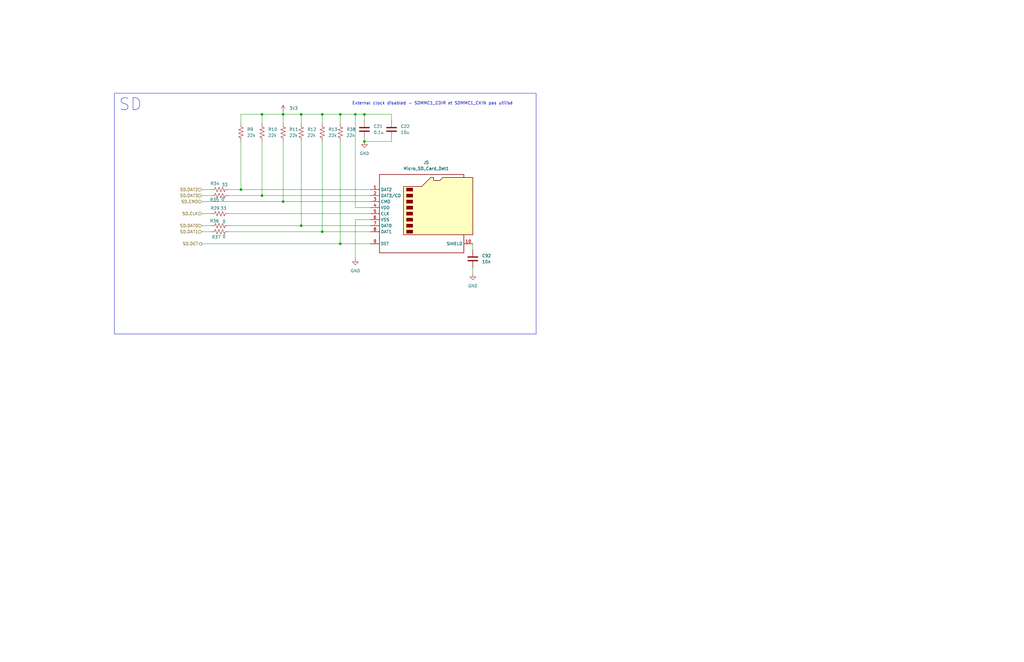
<source format=kicad_sch>
(kicad_sch (version 20250114) (generator "eeschema") (generator_version "9.0")
  (paper "B")
  (lib_symbols
    (symbol "Connector:Micro_SD_Card_Det1"
      (property "Reference" "J" (at -16.51 17.78 0))
      (property "Value" "Micro_SD_Card_Det1" (at 16.51 17.78 0))
      (symbol "Micro_SD_Card_Det1_0_1"
        (polyline (pts (xy -8.89 -8.89) (xy -8.89 11.43) (xy -1.27 11.43) (xy 2.54 15.24) (xy 3.81 15.24) (xy 3.81 13.97) (xy 6.35 13.97) (xy 7.62 15.24) (xy 20.32 15.24) (xy 20.32 -8.89) (xy -8.89 -8.89)) (stroke (width 0.254)) (fill (type background)))
        (rectangle (start -7.62 10.795) (end -5.08 9.525) (stroke (width 0.254)) (fill (type outline)))
        (rectangle (start -7.62 8.255) (end -5.08 6.985) (stroke (width 0.254)) (fill (type outline)))
        (rectangle (start -7.62 5.715) (end -5.08 4.445) (stroke (width 0.254)) (fill (type outline)))
        (rectangle (start -7.62 3.175) (end -5.08 1.905) (stroke (width 0.254)) (fill (type outline)))
        (rectangle (start -7.62 0.635) (end -5.08 -0.635) (stroke (width 0.254)) (fill (type outline)))
        (rectangle (start -7.62 -1.905) (end -5.08 -3.175) (stroke (width 0.254)) (fill (type outline)))
        (rectangle (start -7.62 -4.445) (end -5.08 -5.715) (stroke (width 0.254)) (fill (type outline)))
        (rectangle (start -7.62 -6.985) (end -5.08 -8.255) (stroke (width 0.254)) (fill (type outline)))
        (polyline (pts (xy 16.51 15.24) (xy 16.51 16.51) (xy -19.05 16.51) (xy -19.05 -16.51) (xy 16.51 -16.51) (xy 16.51 -8.89)) (stroke (width 0.254)))
      )
      (symbol "Micro_SD_Card_Det1_1_1"
        (pin bidirectional line (at -22.86 10.16 0) (length 3.81) (name "DAT2") (number "1"))
        (pin bidirectional line (at -22.86 7.62 0) (length 3.81) (name "DAT3/CD") (number "2"))
        (pin input line (at -22.86 5.08 0) (length 3.81) (name "CMD") (number "3"))
        (pin power_in line (at -22.86 2.54 0) (length 3.81) (name "VDD") (number "4"))
        (pin input line (at -22.86 0 0) (length 3.81) (name "CLK") (number "5"))
        (pin power_in line (at -22.86 -2.54 0) (length 3.81) (name "VSS") (number "6"))
        (pin bidirectional line (at -22.86 -5.08 0) (length 3.81) (name "DAT0") (number "7"))
        (pin bidirectional line (at -22.86 -7.62 0) (length 3.81) (name "DAT1") (number "8"))
        (pin passive line (at -22.86 -12.7 0) (length 3.81) (name "DET") (number "9"))
        (pin passive line (at 20.32 -12.7 180) (length 3.81) (name "SHIELD") (number "10"))
      )
    )
    (symbol "Device:C" (pin_numbers (hide yes)) (pin_names (offset 0.254))
      (property "Reference" "C" (at 0.635 2.54 0))
      (property "Value" "C" (at 0.635 -2.54 0))
      (symbol "C_0_1"
        (polyline (pts (xy -2.032 0.762) (xy 2.032 0.762)) (stroke (width 0.508)))
        (polyline (pts (xy -2.032 -0.762) (xy 2.032 -0.762)) (stroke (width 0.508)))
      )
      (symbol "C_1_1"
        (pin passive line (at 0 3.81 270) (length 2.794) (name "~") (number "1"))
        (pin passive line (at 0 -3.81 90) (length 2.794) (name "~") (number "2"))
      )
    )
    (symbol "Device:R_US" (pin_numbers (hide yes)) (pin_names (offset 0))
      (property "Reference" "R" (at 2.54 0 90))
      (property "Value" "R_US" (at -2.54 0 90))
      (symbol "R_US_0_1"
        (polyline (pts (xy 0 2.286) (xy 0 2.54)))
        (polyline (pts (xy 0 2.286) (xy 1.016 1.905) (xy 0 1.524) (xy -1.016 1.143) (xy 0 0.762)))
        (polyline (pts (xy 0 0.762) (xy 1.016 0.381) (xy 0 0) (xy -1.016 -0.381) (xy 0 -0.762)))
        (polyline (pts (xy 0 -0.762) (xy 1.016 -1.143) (xy 0 -1.524) (xy -1.016 -1.905) (xy 0 -2.286)))
        (polyline (pts (xy 0 -2.286) (xy 0 -2.54)))
      )
      (symbol "R_US_1_1"
        (pin passive line (at 0 3.81 270) (length 1.27) (name "~") (number "1"))
        (pin passive line (at 0 -3.81 90) (length 1.27) (name "~") (number "2"))
      )
    )
    (symbol "power:+3.3V" (power) (pin_numbers (hide yes)) (pin_names (offset 0) (hide yes))
      (property "Value" "+3.3V" (at 0 3.556 0))
      (symbol "+3.3V_0_1"
        (polyline (pts (xy -0.762 1.27) (xy 0 2.54)))
        (polyline (pts (xy 0 2.54) (xy 0.762 1.27)))
        (polyline (pts (xy 0 0) (xy 0 2.54)))
      )
      (symbol "+3.3V_1_1"
        (pin power_in line (at 0 0 90) (length 0) (name "~") (number "1"))
      )
    )
    (symbol "power:GND" (power) (pin_numbers (hide yes)) (pin_names (offset 0) (hide yes))
      (property "Value" "GND" (at 0 -3.81 0))
      (symbol "GND_0_1"
        (polyline (pts (xy 0 0) (xy 0 -1.27) (xy 1.27 -1.27) (xy 0 -2.54) (xy -1.27 -1.27) (xy 0 -1.27)))
      )
      (symbol "GND_1_1"
        (pin power_in line (at 0 0 270) (length 0) (name "~") (number "1"))
      )
    )
  )
  (rectangle (start 48.26 39.37) (end 226.06 140.97))
  (text "External clock disabled - SDMMC1_CDIR et SDMMC1_CKIN pas utilisé\n\n" (at 182.372 44.704 0) (effects (font (size 1.27 1.27))))
  (text "SD" (at 50.038 44.196 0) (effects (font (size 5 5)) (justify left)))
  (junction (at 149.86 48.26))
  (junction (at 110.49 82.55))
  (junction (at 153.67 59.69))
  (junction (at 135.89 97.79))
  (junction (at 101.6 80.01))
  (junction (at 127 48.26))
  (junction (at 143.51 48.26))
  (junction (at 143.51 102.87))
  (junction (at 127 95.25))
  (junction (at 119.38 48.26))
  (junction (at 110.49 48.26))
  (junction (at 135.89 48.26))
  (junction (at 153.67 48.26))
  (junction (at 119.38 85.09))
  (wire (pts (xy 156.21 87.63) (xy 149.86 87.63)))
  (wire (pts (xy 85.09 90.17) (xy 88.9 90.17)))
  (wire (pts (xy 101.6 48.26) (xy 110.49 48.26)))
  (wire (pts (xy 85.09 80.01) (xy 88.9 80.01)))
  (wire (pts (xy 135.89 48.26) (xy 135.89 52.07)))
  (wire (pts (xy 156.21 95.25) (xy 127 95.25)))
  (wire (pts (xy 101.6 48.26) (xy 101.6 52.07)))
  (wire (pts (xy 135.89 48.26) (xy 143.51 48.26)))
  (wire (pts (xy 119.38 85.09) (xy 119.38 59.69)))
  (wire (pts (xy 143.51 48.26) (xy 149.86 48.26)))
  (wire (pts (xy 165.1 50.8) (xy 165.1 48.26)))
  (wire (pts (xy 149.86 92.71) (xy 149.86 109.22)))
  (wire (pts (xy 96.52 82.55) (xy 110.49 82.55)))
  (wire (pts (xy 96.52 95.25) (xy 127 95.25)))
  (wire (pts (xy 119.38 48.26) (xy 127 48.26)))
  (wire (pts (xy 110.49 48.26) (xy 119.38 48.26)))
  (wire (pts (xy 153.67 50.8) (xy 153.67 48.26)))
  (wire (pts (xy 156.21 85.09) (xy 119.38 85.09)))
  (wire (pts (xy 143.51 102.87) (xy 156.21 102.87)))
  (wire (pts (xy 149.86 87.63) (xy 149.86 48.26)))
  (wire (pts (xy 165.1 59.69) (xy 165.1 58.42)))
  (wire (pts (xy 85.09 95.25) (xy 88.9 95.25)))
  (wire (pts (xy 156.21 80.01) (xy 101.6 80.01)))
  (wire (pts (xy 135.89 97.79) (xy 135.89 59.69)))
  (wire (pts (xy 127 48.26) (xy 135.89 48.26)))
  (wire (pts (xy 165.1 48.26) (xy 153.67 48.26)))
  (wire (pts (xy 127 48.26) (xy 127 52.07)))
  (wire (pts (xy 85.09 102.87) (xy 143.51 102.87)))
  (wire (pts (xy 127 95.25) (xy 127 59.69)))
  (wire (pts (xy 119.38 48.26) (xy 119.38 52.07)))
  (wire (pts (xy 101.6 80.01) (xy 101.6 59.69)))
  (wire (pts (xy 143.51 48.26) (xy 143.51 52.07)))
  (wire (pts (xy 96.52 90.17) (xy 156.21 90.17)))
  (wire (pts (xy 156.21 92.71) (xy 149.86 92.71)))
  (wire (pts (xy 153.67 48.26) (xy 149.86 48.26)))
  (wire (pts (xy 199.39 102.87) (xy 199.39 105.41)))
  (wire (pts (xy 96.52 80.01) (xy 101.6 80.01)))
  (wire (pts (xy 110.49 82.55) (xy 110.49 59.69)))
  (wire (pts (xy 85.09 97.79) (xy 88.9 97.79)))
  (wire (pts (xy 119.38 46.99) (xy 119.38 48.26)))
  (wire (pts (xy 153.67 58.42) (xy 153.67 59.69)))
  (wire (pts (xy 85.09 82.55) (xy 88.9 82.55)))
  (wire (pts (xy 153.67 59.69) (xy 165.1 59.69)))
  (wire (pts (xy 199.39 113.03) (xy 199.39 115.57)))
  (wire (pts (xy 143.51 59.69) (xy 143.51 102.87)))
  (wire (pts (xy 96.52 97.79) (xy 135.89 97.79)))
  (wire (pts (xy 110.49 48.26) (xy 110.49 52.07)))
  (wire (pts (xy 156.21 82.55) (xy 110.49 82.55)))
  (wire (pts (xy 85.09 85.09) (xy 119.38 85.09)))
  (wire (pts (xy 156.21 97.79) (xy 135.89 97.79)))
  (hierarchical_label "SD.CLK" (shape input) (at 85.09 90.17 180))
  (hierarchical_label "SD.CMD" (shape input) (at 85.09 85.09 180))
  (hierarchical_label "SD.DAT0" (shape input) (at 85.09 95.25 180))
  (hierarchical_label "SD.DAT3" (shape input) (at 85.09 82.55 180))
  (hierarchical_label "SD.DAT1" (shape input) (at 85.09 97.79 180))
  (hierarchical_label "SD.DET" (shape output) (at 85.09 102.87 180))
  (hierarchical_label "SD.DAT2" (shape input) (at 85.09 80.01 180))
  (symbol (lib_id "Device:R_US") (at 143.51 55.88 0) (unit 1)
    (property "Reference" "R38" (at 146.05 54.6099 0) (effects (justify left)))
    (property "Value" "22k" (at 146.05 57.1499 0) (effects (justify left)))
    (property "Footprint" "Resistor_SMD:R_0603_1608Metric_Pad0.98x0.95mm_HandSolder" (effects (hide yes)))
    (property "Description" "Resistor, US symbol" (effects (hide yes)))
  )
  (symbol (lib_id "Device:R_US") (at 92.71 97.79 90) (unit 1)
    (property "Reference" "R37" (at 91.186 100.076 90))
    (property "Value" "0" (at 94.488 99.822 90))
    (property "Footprint" "Resistor_SMD:R_0603_1608Metric_Pad0.98x0.95mm_HandSolder" (effects (hide yes)))
    (property "Description" "Resistor, US symbol" (effects (hide yes)))
  )
  (symbol (lib_id "Device:C") (at 165.1 54.61 0) (unit 1)
    (property "Reference" "C22" (at 168.91 53.3399 0) (effects (justify left)))
    (property "Value" "10u" (at 168.91 55.8799 0) (effects (justify left)))
    (property "Footprint" "Capacitor_SMD:C_0603_1608Metric" (effects (hide yes)))
    (property "Description" "Unpolarized capacitor" (effects (hide yes)))
  )
  (symbol (lib_id "power:GND") (at 153.67 59.69 0) (unit 1)
    (property "Reference" "#PWR034" (effects (hide yes)))
    (property "Value" "GND" (at 153.67 64.77 0))
    (property "Description" "Power symbol creates a global label with name \"GND\" , ground" (effects (hide yes)))
  )
  (symbol (lib_id "power:+3.3V") (at 119.38 46.99 0) (unit 1)
    (property "Reference" "#PWR037" (effects (hide yes)))
    (property "Value" "3V3" (at 121.92 45.7199 0) (effects (justify left)))
    (property "Description" "Power symbol creates a global label with name \"+3.3V\"" (effects (hide yes)))
  )
  (symbol (lib_id "Device:R_US") (at 92.71 90.17 90) (unit 1)
    (property "Reference" "R29" (at 90.678 87.884 90))
    (property "Value" "33" (at 94.234 87.884 90))
    (property "Footprint" "Resistor_SMD:R_0603_1608Metric_Pad0.98x0.95mm_HandSolder" (effects (hide yes)))
    (property "Description" "Resistor, US symbol" (effects (hide yes)))
  )
  (symbol (lib_id "Device:R_US") (at 92.71 82.55 90) (unit 1)
    (property "Reference" "R35" (at 90.424 84.328 90))
    (property "Value" "0" (at 93.98 84.074 90))
    (property "Footprint" "Resistor_SMD:R_0603_1608Metric_Pad0.98x0.95mm_HandSolder" (effects (hide yes)))
    (property "Description" "Resistor, US symbol" (effects (hide yes)))
  )
  (symbol (lib_id "Device:R_US") (at 119.38 55.88 0) (unit 1)
    (property "Reference" "R11" (at 121.92 54.6099 0) (effects (justify left)))
    (property "Value" "22k" (at 121.92 57.1499 0) (effects (justify left)))
    (property "Footprint" "Resistor_SMD:R_0603_1608Metric_Pad0.98x0.95mm_HandSolder" (effects (hide yes)))
    (property "Description" "Resistor, US symbol" (effects (hide yes)))
  )
  (symbol (lib_id "Device:R_US") (at 135.89 55.88 0) (unit 1)
    (property "Reference" "R13" (at 138.43 54.6099 0) (effects (justify left)))
    (property "Value" "22k" (at 138.43 57.1499 0) (effects (justify left)))
    (property "Footprint" "Resistor_SMD:R_0603_1608Metric_Pad0.98x0.95mm_HandSolder" (effects (hide yes)))
    (property "Description" "Resistor, US symbol" (effects (hide yes)))
  )
  (symbol (lib_id "Device:R_US") (at 92.71 80.01 90) (unit 1)
    (property "Reference" "R34" (at 90.678 77.47 90))
    (property "Value" "33" (at 94.742 77.978 90))
    (property "Footprint" "Resistor_SMD:R_0603_1608Metric_Pad0.98x0.95mm_HandSolder" (effects (hide yes)))
    (property "Description" "Resistor, US symbol" (effects (hide yes)))
  )
  (symbol (lib_id "power:GND") (at 199.39 115.57 0) (unit 1)
    (property "Reference" "#PWR039" (effects (hide yes)))
    (property "Value" "GND" (at 199.39 120.65 0))
    (property "Description" "Power symbol creates a global label with name \"GND\" , ground" (effects (hide yes)))
  )
  (symbol (lib_id "Device:C") (at 153.67 54.61 0) (unit 1)
    (property "Reference" "C21" (at 157.48 53.3399 0) (effects (justify left)))
    (property "Value" "0.1u" (at 157.48 55.8799 0) (effects (justify left)))
    (property "Footprint" "Capacitor_SMD:C_0603_1608Metric" (effects (hide yes)))
    (property "Description" "Unpolarized capacitor" (effects (hide yes)))
  )
  (symbol (lib_id "Device:R_US") (at 101.6 55.88 0) (unit 1)
    (property "Reference" "R9" (at 104.14 54.6099 0) (effects (justify left)))
    (property "Value" "22k" (at 104.14 57.1499 0) (effects (justify left)))
    (property "Footprint" "Resistor_SMD:R_0603_1608Metric_Pad0.98x0.95mm_HandSolder" (effects (hide yes)))
    (property "Description" "Resistor, US symbol" (effects (hide yes)))
  )
  (symbol (lib_id "Device:R_US") (at 127 55.88 0) (unit 1)
    (property "Reference" "R12" (at 129.54 54.6099 0) (effects (justify left)))
    (property "Value" "22k" (at 129.54 57.1499 0) (effects (justify left)))
    (property "Footprint" "Resistor_SMD:R_0603_1608Metric_Pad0.98x0.95mm_HandSolder" (effects (hide yes)))
    (property "Description" "Resistor, US symbol" (effects (hide yes)))
  )
  (symbol (lib_id "power:GND") (at 149.86 109.22 0) (unit 1)
    (property "Reference" "#PWR038" (effects (hide yes)))
    (property "Value" "GND" (at 149.86 114.3 0))
    (property "Description" "Power symbol creates a global label with name \"GND\" , ground" (effects (hide yes)))
  )
  (symbol (lib_id "Device:R_US") (at 110.49 55.88 0) (unit 1)
    (property "Reference" "R10" (at 113.03 54.6099 0) (effects (justify left)))
    (property "Value" "22k" (at 113.03 57.1499 0) (effects (justify left)))
    (property "Footprint" "Resistor_SMD:R_0603_1608Metric_Pad0.98x0.95mm_HandSolder" (effects (hide yes)))
    (property "Description" "Resistor, US symbol" (effects (hide yes)))
  )
  (symbol (lib_id "Connector:Micro_SD_Card_Det1") (at 179.07 90.17 0) (unit 1)
    (property "Reference" "J5" (at 179.705 68.58 0))
    (property "Value" "Micro_SD_Card_Det1" (at 179.705 71.12 0))
    (property "Footprint" "Connector_Card:microSD_HC_Hirose_DM3AT-SF-PEJM5" (effects (hide yes)))
    (property "Datasheet" "https://datasheet.lcsc.com/lcsc/2110151630_XKB-Connectivity-XKTF-015-N_C381082.pdf" (effects (hide yes)))
    (property "Description" "Micro SD Card Socket with one card detection pin" (effects (hide yes)))
  )
  (symbol (lib_id "Device:R_US") (at 92.71 95.25 90) (unit 1)
    (property "Reference" "R36" (at 90.424 93.218 90))
    (property "Value" "0" (at 94.488 93.472 90))
    (property "Footprint" "Resistor_SMD:R_0603_1608Metric_Pad0.98x0.95mm_HandSolder" (effects (hide yes)))
    (property "Description" "Resistor, US symbol" (effects (hide yes)))
  )
  (symbol (lib_id "Device:C") (at 199.39 109.22 0) (unit 1)
    (property "Reference" "C92" (at 203.2 107.9499 0) (effects (justify left)))
    (property "Value" "10n" (at 203.2 110.4899 0) (effects (justify left)))
    (property "Footprint" "Capacitor_SMD:C_0603_1608Metric" (effects (hide yes)))
    (property "Description" "Unpolarized capacitor" (effects (hide yes)))
  )
)
</source>
